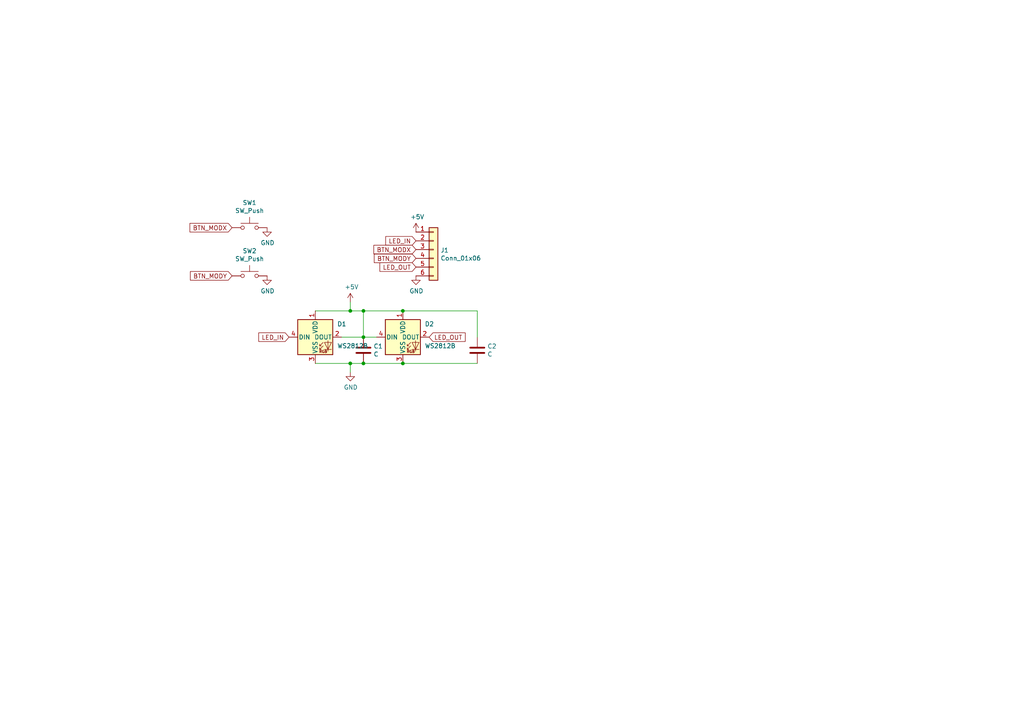
<source format=kicad_sch>
(kicad_sch (version 20211123) (generator eeschema)
  (paper "A4")
  (lib_symbols
    (symbol "Connector_Generic:Conn_01x06" (pin_names (offset 1.016) hide)
      (property "Reference" "J" (at 0 7.62 0))
      (property "Value" "Conn_01x06" (at 0 -10.16 0))
      (symbol "Conn_01x06_1_1"
        (rectangle (start -1.27 -7.493) (end 0 -7.747) (stroke (width 0.1524)))
        (rectangle (start -1.27 -4.953) (end 0 -5.207) (stroke (width 0.1524)))
        (rectangle (start -1.27 -2.413) (end 0 -2.667) (stroke (width 0.1524)))
        (rectangle (start -1.27 0.127) (end 0 -0.127) (stroke (width 0.1524)))
        (rectangle (start -1.27 2.667) (end 0 2.413) (stroke (width 0.1524)))
        (rectangle (start -1.27 5.207) (end 0 4.953) (stroke (width 0.1524)))
        (rectangle (start -1.27 6.35) (end 1.27 -8.89) (stroke (width 0.254)) (fill (type background)))
        (pin passive line (at -5.08 5.08 0) (length 3.81) (name "Pin_1") (number "1"))
        (pin passive line (at -5.08 2.54 0) (length 3.81) (name "Pin_2") (number "2"))
        (pin passive line (at -5.08 0 0) (length 3.81) (name "Pin_3") (number "3"))
        (pin passive line (at -5.08 -2.54 0) (length 3.81) (name "Pin_4") (number "4"))
        (pin passive line (at -5.08 -5.08 0) (length 3.81) (name "Pin_5") (number "5"))
        (pin passive line (at -5.08 -7.62 0) (length 3.81) (name "Pin_6") (number "6"))
      )
    )
    (symbol "Device:C" (pin_numbers hide) (pin_names (offset 0.254))
      (property "Reference" "C" (at 0.635 2.54 0))
      (property "Value" "C" (at 0.635 -2.54 0))
      (symbol "C_0_1"
        (polyline (pts (xy -2.032 -0.762) (xy 2.032 -0.762)) (stroke (width 0.508)))
        (polyline (pts (xy -2.032 0.762) (xy 2.032 0.762)) (stroke (width 0.508)))
      )
      (symbol "C_1_1"
        (pin passive line (at 0 3.81 270) (length 2.794) (name "~") (number "1"))
        (pin passive line (at 0 -3.81 90) (length 2.794) (name "~") (number "2"))
      )
    )
    (symbol "LED:WS2812B" (pin_names (offset 0.254))
      (property "Reference" "D" (at 5.08 5.715 0))
      (property "Value" "WS2812B" (at 1.27 -5.715 0))
      (symbol "WS2812B_0_0"
        (text "RGB" (at 2.286 -4.191 0) (effects (font (size 0.762 0.762))))
      )
      (symbol "WS2812B_0_1"
        (polyline (pts (xy 1.27 -3.556) (xy 1.778 -3.556)))
        (polyline (pts (xy 1.27 -2.54) (xy 1.778 -2.54)))
        (polyline (pts (xy 4.699 -3.556) (xy 2.667 -3.556)))
        (polyline (pts (xy 2.286 -2.54) (xy 1.27 -3.556) (xy 1.27 -3.048)))
        (polyline (pts (xy 2.286 -1.524) (xy 1.27 -2.54) (xy 1.27 -2.032)))
        (polyline (pts (xy 3.683 -1.016) (xy 3.683 -3.556) (xy 3.683 -4.064)))
        (polyline (pts (xy 4.699 -1.524) (xy 2.667 -1.524) (xy 3.683 -3.556) (xy 4.699 -1.524)))
        (rectangle (start 5.08 5.08) (end -5.08 -5.08) (stroke (width 0.254)) (fill (type background)))
      )
      (symbol "WS2812B_1_1"
        (pin power_in line (at 0 7.62 270) (length 2.54) (name "VDD") (number "1"))
        (pin output line (at 7.62 0 180) (length 2.54) (name "DOUT") (number "2"))
        (pin power_in line (at 0 -7.62 90) (length 2.54) (name "VSS") (number "3"))
        (pin input line (at -7.62 0 0) (length 2.54) (name "DIN") (number "4"))
      )
    )
    (symbol "Switch:SW_Push" (pin_numbers hide) (pin_names (offset 1.016) hide)
      (property "Reference" "SW" (at 1.27 2.54 0))
      (property "Value" "SW_Push" (at 0 -1.524 0))
      (symbol "SW_Push_0_1"
        (circle (center -2.032 0) (radius 0.508))
        (polyline (pts (xy 0 1.27) (xy 0 3.048)))
        (polyline (pts (xy 2.54 1.27) (xy -2.54 1.27)))
        (circle (center 2.032 0) (radius 0.508))
        (pin passive line (at -5.08 0 0) (length 2.54) (name "1") (number "1"))
        (pin passive line (at 5.08 0 180) (length 2.54) (name "2") (number "2"))
      )
    )
    (symbol "power:+5V" (power) (pin_names (offset 0))
      (property "Value" "+5V" (at 0 3.556 0))
      (symbol "+5V_0_1"
        (polyline (pts (xy -0.762 1.27) (xy 0 2.54)))
        (polyline (pts (xy 0 0) (xy 0 2.54)))
        (polyline (pts (xy 0 2.54) (xy 0.762 1.27)))
      )
      (symbol "+5V_1_1"
        (pin power_in line (at 0 0 90) (length 0) hide (name "+5V") (number "1"))
      )
    )
    (symbol "power:GND" (power) (pin_names (offset 0))
      (property "Value" "GND" (at 0 -3.81 0))
      (symbol "GND_0_1"
        (polyline (pts (xy 0 0) (xy 0 -1.27) (xy 1.27 -1.27) (xy 0 -2.54) (xy -1.27 -1.27) (xy 0 -1.27)))
      )
      (symbol "GND_1_1"
        (pin power_in line (at 0 0 270) (length 0) hide (name "GND") (number "1"))
      )
    )
  )
  (junction (at 105.41 90.17))
  (junction (at 105.41 105.41))
  (junction (at 101.6 105.41))
  (junction (at 116.84 90.17))
  (junction (at 116.84 105.41))
  (junction (at 101.6 90.17))
  (junction (at 105.41 97.79))
  (wire (pts (xy 105.41 105.41) (xy 101.6 105.41)))
  (wire (pts (xy 101.6 105.41) (xy 91.44 105.41)))
  (wire (pts (xy 101.6 90.17) (xy 105.41 90.17)))
  (wire (pts (xy 116.84 105.41) (xy 105.41 105.41)))
  (wire (pts (xy 138.43 97.79) (xy 138.43 90.17)))
  (wire (pts (xy 101.6 87.63) (xy 101.6 90.17)))
  (wire (pts (xy 101.6 107.95) (xy 101.6 105.41)))
  (wire (pts (xy 105.41 97.79) (xy 109.22 97.79)))
  (wire (pts (xy 99.06 97.79) (xy 105.41 97.79)))
  (wire (pts (xy 138.43 105.41) (xy 116.84 105.41)))
  (wire (pts (xy 105.41 90.17) (xy 105.41 97.79)))
  (wire (pts (xy 138.43 90.17) (xy 116.84 90.17)))
  (wire (pts (xy 101.6 90.17) (xy 91.44 90.17)))
  (wire (pts (xy 116.84 90.17) (xy 105.41 90.17)))
  (global_label "BTN_MODY" (shape input) (at 120.65 74.93 180) (property "Intersheet References" "${INTERSHEET_REFS}" (effects hide)))
  (global_label "BTN_MODX" (shape input) (at 120.65 72.39 180) (property "Intersheet References" "${INTERSHEET_REFS}" (effects hide)))
  (global_label "LED_IN" (shape input) (at 120.65 69.85 180) (property "Intersheet References" "${INTERSHEET_REFS}" (effects hide)))
  (global_label "LED_IN" (shape input) (at 83.82 97.79 180) (property "Intersheet References" "${INTERSHEET_REFS}" (effects hide)))
  (global_label "LED_OUT" (shape input) (at 120.65 77.47 180) (property "Intersheet References" "${INTERSHEET_REFS}" (effects hide)))
  (global_label "BTN_MODX" (shape input) (at 67.31 66.04 180) (property "Intersheet References" "${INTERSHEET_REFS}" (effects hide)))
  (global_label "BTN_MODY" (shape input) (at 67.31 80.01 180) (property "Intersheet References" "${INTERSHEET_REFS}" (effects hide)))
  (global_label "LED_OUT" (shape input) (at 124.46 97.79 0) (property "Intersheet References" "${INTERSHEET_REFS}" (effects hide)))
  (symbol (lib_id "Connector_Generic:Conn_01x06") (at 125.73 72.39 0) (unit 1)
    (property "Reference" "J1" (at 127.762 72.5932 0) (effects (justify left)))
    (property "Value" "Conn_01x06" (at 127.762 74.9046 0) (effects (justify left)))
    (property "Footprint" "Connector_PinHeader_2.54mm:PinHeader_1x06_P2.54mm_Vertical" (effects hide))
  )
  (symbol (lib_id "Switch:SW_Push") (at 72.39 66.04 0) (unit 1)
    (property "Reference" "SW1" (at 72.39 58.801 0))
    (property "Value" "SW_Push" (at 72.39 61.1124 0))
    (property "Footprint" "mx+choc_socket:MX+Choc_socket" (effects hide))
  )
  (symbol (lib_id "Switch:SW_Push") (at 72.39 80.01 0) (unit 1)
    (property "Reference" "SW2" (at 72.39 72.771 0))
    (property "Value" "SW_Push" (at 72.39 75.0824 0))
    (property "Footprint" "mx+choc_socket:MX+Choc_socket" (effects hide))
  )
  (symbol (lib_id "LED:WS2812B") (at 91.44 97.79 0) (unit 1)
    (property "Reference" "D1" (at 97.79 93.98 0) (effects (justify left)))
    (property "Value" "WS2812B" (at 97.79 100.33 0) (effects (justify left)))
    (property "Footprint" "LED_SMD:LED_WS2812B_PLCC4_5.0x5.0mm_P3.2mm" (effects hide))
    (property "Datasheet" "https://cdn-shop.adafruit.com/datasheets/WS2812B.pdf" (effects hide))
  )
  (symbol (lib_id "Device:C") (at 105.41 101.6 0) (unit 1)
    (property "Reference" "C1" (at 108.331 100.4316 0) (effects (justify left)))
    (property "Value" "C" (at 108.331 102.743 0) (effects (justify left)))
    (property "Footprint" "Capacitor_SMD:C_0805_2012Metric" (effects hide))
  )
  (symbol (lib_id "power:GND") (at 77.47 66.04 0) (unit 1)
    (property "Reference" "#PWR0101" (effects hide))
    (property "Value" "GND" (at 77.597 70.4342 0))
  )
  (symbol (lib_id "power:GND") (at 77.47 80.01 0) (unit 1)
    (property "Reference" "#PWR0102" (effects hide))
    (property "Value" "GND" (at 77.597 84.4042 0))
  )
  (symbol (lib_id "power:GND") (at 101.6 107.95 0) (unit 1)
    (property "Reference" "#PWR0103" (effects hide))
    (property "Value" "GND" (at 101.727 112.3442 0))
  )
  (symbol (lib_id "power:+5V") (at 101.6 87.63 0) (unit 1)
    (property "Reference" "#PWR0104" (effects hide))
    (property "Value" "+5V" (at 101.981 83.2358 0))
  )
  (symbol (lib_id "power:+5V") (at 120.65 67.31 0) (unit 1)
    (property "Reference" "#PWR0105" (effects hide))
    (property "Value" "+5V" (at 121.031 62.9158 0))
  )
  (symbol (lib_id "power:GND") (at 120.65 80.01 0) (unit 1)
    (property "Reference" "#PWR0106" (effects hide))
    (property "Value" "GND" (at 120.777 84.4042 0))
  )
  (symbol (lib_id "LED:WS2812B") (at 116.84 97.79 0) (unit 1)
    (property "Reference" "D2" (at 123.19 93.98 0) (effects (justify left)))
    (property "Value" "WS2812B" (at 123.19 100.33 0) (effects (justify left)))
    (property "Footprint" "LED_SMD:LED_WS2812B_PLCC4_5.0x5.0mm_P3.2mm" (effects hide))
    (property "Datasheet" "https://cdn-shop.adafruit.com/datasheets/WS2812B.pdf" (effects hide))
  )
  (symbol (lib_id "Device:C") (at 138.43 101.6 0) (unit 1)
    (property "Reference" "C2" (at 141.351 100.4316 0) (effects (justify left)))
    (property "Value" "C" (at 141.351 102.743 0) (effects (justify left)))
    (property "Footprint" "Capacitor_SMD:C_0805_2012Metric" (effects hide))
  )
)
</source>
